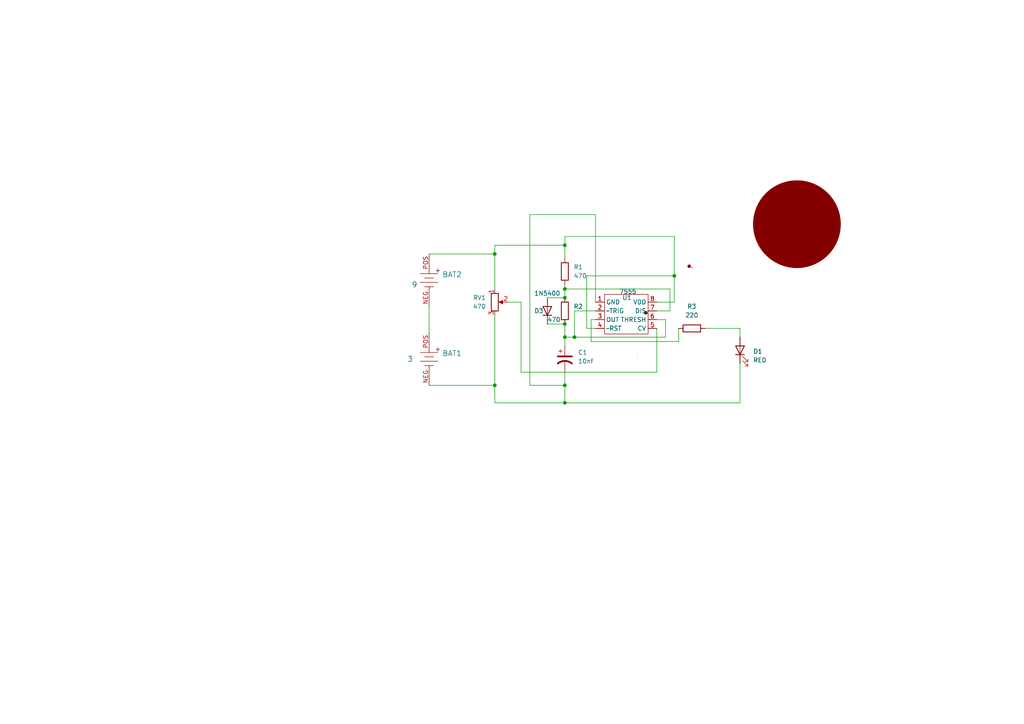
<source format=kicad_sch>
(kicad_sch (version 20211123) (generator eeschema)
  (paper "A4")
  (title_block (title "555_badge") (date "2022-07-02") (rev "v01") (comment 8 "license cc by 4.0") (comment 9 "author hrishikesh"))
  (lib_symbols
    (symbol "555timer_lib:7555"
      (property "Reference" "U" (at -5.588 7.112 0))
      (property "Value" "7555" (at 3.81 -6.858 0))
      (symbol "7555_0_0"
        (rectangle (start 4.1402 -0.5334) (end 4.1402 -0.5334))
        (rectangle (start 5.4102 0.7366) (end 5.4102 0.7366))
        (rectangle (start 5.4102 0.7366) (end 5.4102 0.7366))
        (rectangle (start 5.4102 0.7366) (end 5.4102 0.7366))
        (rectangle (start 5.4102 0.7366) (end 5.4102 0.7366))
        (rectangle (start 5.4102 0.7366) (end 5.4102 0.7366))
        (rectangle (start 5.4102 0.7366) (end 5.4102 0.7366))
        (rectangle (start 5.4102 0.7366) (end 5.4102 0.7366))
        (rectangle (start 5.4102 0.7366) (end 5.4102 0.7366))
        (rectangle (start 5.4102 0.7366) (end 5.4102 0.7366))
        (rectangle (start 5.4102 0.7366) (end 5.4102 0.7366))
        (rectangle (start 5.4102 0.7366) (end 5.4102 0.7366))
        (rectangle (start 5.4102 0.7366) (end 5.4102 0.7366))
        (rectangle (start 5.4102 0.7366) (end 5.4102 0.7366))
        (rectangle (start 5.4102 0.7366) (end 5.4102 0.7366))
        (rectangle (start 5.4102 0.7366) (end 5.4102 0.7366))
        (rectangle (start 5.4102 0.7366) (end 5.4102 0.7366))
        (rectangle (start 5.4102 0.7366) (end 5.4102 0.7366))
        (rectangle (start 5.4102 0.7366) (end 5.4102 0.7366))
        (rectangle (start 5.4102 0.7366) (end 5.4102 0.7366))
        (rectangle (start 5.4102 0.7366) (end 5.4102 0.7366))
        (rectangle (start 5.4102 0.7366) (end 5.4102 0.7366) (stroke (width 1)))
        (rectangle (start 5.4102 0.7366) (end 5.4102 0.7366) (stroke (width 1)))
        (rectangle (start 5.4102 0.7366) (end 5.4102 0.7366) (stroke (width 1)))
      )
      (symbol "7555_0_1"
        (rectangle (start -6.5278 6.0452) (end 6.1214 -5.4356))
        (polyline (pts (xy 49.276 26.416) (xy 49.276 26.416)))
        (polyline (pts (xy 49.276 26.416) (xy 49.276 26.416)))
        (polyline (pts (xy 49.276 26.416) (xy 49.276 26.416)))
        (rectangle (start 3.0734 -12.065) (end 3.0734 -12.065))
        (rectangle (start 5.4102 0.7366) (end 5.4102 0.7366))
        (rectangle (start 5.4102 0.7366) (end 5.4102 0.7366) (stroke (width 1)))
        (rectangle (start 18.034 14.224) (end 18.034 14.224) (stroke (width 1)))
        (rectangle (start 18.8214 13.843) (end 18.8214 13.843))
        (rectangle (start 18.8214 13.843) (end 18.8214 13.843))
        (rectangle (start 18.8214 13.843) (end 18.8214 13.843))
        (rectangle (start 18.8214 13.843) (end 18.8214 13.843))
        (rectangle (start 18.8214 13.843) (end 18.8214 13.843))
        (rectangle (start 18.8214 13.843) (end 18.8214 13.843))
        (rectangle (start 18.8214 13.843) (end 18.8214 13.843))
        (rectangle (start 18.8214 13.843) (end 18.8214 13.843))
        (rectangle (start 18.8214 13.843) (end 18.8214 13.843))
        (rectangle (start 18.8214 13.843) (end 18.8214 13.843))
        (rectangle (start 18.8214 13.843) (end 18.8214 13.843))
        (rectangle (start 18.8214 13.843) (end 18.8214 13.843))
        (rectangle (start 49.276 26.416) (end 49.276 26.416))
        (rectangle (start 49.276 26.416) (end 49.276 26.416))
        (rectangle (start 49.276 26.416) (end 49.276 26.416))
        (rectangle (start 49.276 26.416) (end 49.276 26.416))
        (rectangle (start 49.276 26.416) (end 49.276 26.416))
        (rectangle (start 49.276 26.416) (end 49.276 26.416))
        (rectangle (start 49.276 26.416) (end 49.276 26.416))
        (rectangle (start 49.276 26.416) (end 49.276 26.416))
        (rectangle (start 49.276 26.416) (end 49.276 26.416))
        (rectangle (start 49.276 26.416) (end 49.276 26.416))
        (rectangle (start 49.276 26.416) (end 49.276 26.416))
        (rectangle (start 49.276 26.416) (end 49.276 26.416))
        (rectangle (start 49.276 26.416) (end 49.276 26.416))
        (rectangle (start 49.276 26.416) (end 49.276 26.416))
        (rectangle (start 49.276 26.416) (end 49.276 26.416))
        (rectangle (start 49.276 26.416) (end 49.276 26.416))
        (rectangle (start 49.276 26.416) (end 49.276 26.416))
        (rectangle (start 49.276 26.416) (end 49.276 26.416))
        (rectangle (start 49.276 26.416) (end 49.276 26.416))
        (rectangle (start 49.276 26.416) (end 49.276 26.416))
        (rectangle (start 49.276 26.416) (end 49.276 26.416))
        (rectangle (start 49.276 26.416) (end 49.276 26.416))
        (rectangle (start 49.276 26.416) (end 49.276 26.416))
        (rectangle (start 49.276 26.416) (end 49.276 26.416))
        (rectangle (start 49.276 26.416) (end 49.276 26.416))
        (rectangle (start 49.276 26.416) (end 49.276 26.416))
        (rectangle (start 49.276 26.416) (end 49.276 26.416))
        (rectangle (start 49.276 26.416) (end 49.276 26.416))
        (rectangle (start 49.276 26.416) (end 49.276 26.416))
        (rectangle (start 49.276 26.416) (end 49.276 26.416))
        (rectangle (start 49.276 26.416) (end 49.276 26.416))
        (rectangle (start 49.276 26.416) (end 49.276 26.416))
        (rectangle (start 49.276 26.416) (end 49.276 26.416))
        (rectangle (start 49.276 26.416) (end 49.276 26.416))
        (rectangle (start 49.276 26.416) (end 49.276 26.416))
        (rectangle (start 49.276 26.416) (end 49.276 26.416))
        (rectangle (start 49.276 26.416) (end 49.276 26.416))
        (rectangle (start 49.276 26.416) (end 49.276 26.416))
        (rectangle (start 49.276 26.416) (end 49.276 26.416))
        (rectangle (start 49.276 26.416) (end 49.276 26.416))
        (rectangle (start 49.276 26.416) (end 49.276 26.416))
        (rectangle (start 49.276 26.416) (end 49.276 26.416))
        (rectangle (start 49.276 26.416) (end 49.276 26.416))
        (rectangle (start 49.276 26.416) (end 49.276 26.416))
        (rectangle (start 49.276 26.416) (end 49.276 26.416))
        (rectangle (start 49.276 26.416) (end 49.276 26.416) (stroke (width 1)))
        (rectangle (start 49.276 26.416) (end 49.276 26.416) (stroke (width 1)))
        (rectangle (start 49.276 26.416) (end 49.276 26.416) (stroke (width 10)))
        (rectangle (start 49.276 26.416) (end 49.276 26.416) (stroke (width 25.4)))
        (rectangle (start 49.276 26.416) (end 49.276 26.416) (stroke (width 25.4)))
      )
      (symbol "7555_1_1"
        (pin input line (at -9.144 3.81 0) (length 2.54) (name "GND") (number "1"))
        (pin input line (at -9.144 1.27 0) (length 2.54) (name "~TRIG") (number "2"))
        (pin input line (at -9.144 -1.27 0) (length 2.54) (name "OUT") (number "3"))
        (pin input line (at -9.144 -3.81 0) (length 2.54) (name "~RST") (number "4"))
        (pin input line (at 8.636 -3.81 180) (length 2.54) (name "CV") (number "5"))
        (pin input line (at 8.636 -1.27 180) (length 2.54) (name "THRESH") (number "6"))
        (pin input line (at 8.636 1.27 180) (length 2.54) (name "DIS") (number "7"))
        (pin input line (at 8.636 3.81 180) (length 2.54) (name "VDD") (number "8"))
      )
      (symbol "7555_1_2"
        (pin input line (at -26.924 -10.414 0) (length 2.54) (name "GND") (number "1"))
        (pin input line (at -26.924 -12.954 0) (length 2.54) (name "~TRIG") (number "2"))
        (pin input line (at -26.924 -15.494 0) (length 2.54) (name "OUT") (number "3"))
        (pin input line (at -26.924 -18.034 0) (length 2.54) (name "~RST") (number "4"))
        (pin input line (at -9.144 -18.034 180) (length 2.54) (name "CV") (number "5"))
        (pin input line (at -9.144 -15.494 180) (length 2.54) (name "THRESH") (number "6"))
        (pin input line (at -9.144 -12.954 180) (length 2.54) (name "DIS") (number "7"))
        (pin input line (at -9.144 -10.414 180) (length 2.54) (name "VDD") (number "8"))
      )
    )
    (symbol "Device:C_Polarized_US" (pin_numbers hide) (pin_names (offset 0.254) hide)
      (property "Reference" "C" (at 0.635 2.54 0))
      (property "Value" "C_Polarized_US" (at 0.635 -2.54 0))
      (symbol "C_Polarized_US_0_1"
        (polyline (pts (xy -2.032 0.762) (xy 2.032 0.762)) (stroke (width 0.508)))
        (polyline (pts (xy -1.778 2.286) (xy -0.762 2.286)))
        (polyline (pts (xy -1.27 1.778) (xy -1.27 2.794)))
        (arc (start 2.032 -1.27) (mid 0 -0.5572) (end -2.032 -1.27) (stroke (width 0.508)))
      )
      (symbol "C_Polarized_US_1_1"
        (pin passive line (at 0 3.81 270) (length 2.794) (name "~") (number "1"))
        (pin passive line (at 0 -3.81 90) (length 3.302) (name "~") (number "2"))
      )
    )
    (symbol "Device:LED" (pin_numbers hide) (pin_names (offset 1.016) hide)
      (property "Reference" "D" (at 0 2.54 0))
      (property "Value" "LED" (at 0 -2.54 0))
      (symbol "LED_0_1"
        (polyline (pts (xy -1.27 -1.27) (xy -1.27 1.27)) (stroke (width 0.254)))
        (polyline (pts (xy -1.27 0) (xy 1.27 0)))
        (polyline (pts (xy 1.27 -1.27) (xy 1.27 1.27) (xy -1.27 0) (xy 1.27 -1.27)) (stroke (width 0.254)))
        (polyline (pts (xy -3.048 -0.762) (xy -4.572 -2.286) (xy -3.81 -2.286) (xy -4.572 -2.286) (xy -4.572 -1.524)))
        (polyline (pts (xy -1.778 -0.762) (xy -3.302 -2.286) (xy -2.54 -2.286) (xy -3.302 -2.286) (xy -3.302 -1.524)))
      )
      (symbol "LED_1_1"
        (pin passive line (at -3.81 0 0) (length 2.54) (name "K") (number "1"))
        (pin passive line (at 3.81 0 180) (length 2.54) (name "A") (number "2"))
      )
    )
    (symbol "Device:R" (pin_numbers hide) (pin_names (offset 0))
      (property "Reference" "R" (at 2.032 0 90))
      (property "Value" "R" (at 0 0 90))
      (symbol "R_0_1"
        (rectangle (start -1.016 -2.54) (end 1.016 2.54) (stroke (width 0.254)))
      )
      (symbol "R_1_1"
        (pin passive line (at 0 3.81 270) (length 1.27) (name "~") (number "1"))
        (pin passive line (at 0 -3.81 90) (length 1.27) (name "~") (number "2"))
      )
    )
    (symbol "Device:R_Potentiometer" (pin_names (offset 1.016) hide)
      (property "Reference" "RV" (at -4.445 0 90))
      (property "Value" "R_Potentiometer" (at -2.54 0 90))
      (symbol "R_Potentiometer_0_1"
        (polyline (pts (xy 2.54 0) (xy 1.524 0)))
        (polyline (pts (xy 1.143 0) (xy 2.286 0.508) (xy 2.286 -0.508) (xy 1.143 0)) (fill (type outline)))
        (rectangle (start 1.016 2.54) (end -1.016 -2.54) (stroke (width 0.254)))
      )
      (symbol "R_Potentiometer_1_1"
        (pin passive line (at 0 3.81 270) (length 1.27) (name "1") (number "1"))
        (pin passive line (at 3.81 0 180) (length 1.27) (name "2") (number "2"))
        (pin passive line (at 0 -3.81 90) (length 1.27) (name "3") (number "3"))
      )
    )
    (symbol "Diode:1N5400" (pin_numbers hide) (pin_names (offset 1.016) hide)
      (property "Reference" "D" (at 0 2.54 0))
      (property "Value" "1N5400" (at 0 -2.54 0))
      (symbol "1N5400_0_1"
        (polyline (pts (xy -1.27 1.27) (xy -1.27 -1.27)) (stroke (width 0.254)))
        (polyline (pts (xy 1.27 0) (xy -1.27 0)))
        (polyline (pts (xy 1.27 1.27) (xy 1.27 -1.27) (xy -1.27 0) (xy 1.27 1.27)) (stroke (width 0.254)))
      )
      (symbol "1N5400_1_1"
        (pin passive line (at -3.81 0 0) (length 2.54) (name "K") (number "1"))
        (pin passive line (at 3.81 0 180) (length 2.54) (name "A") (number "2"))
      )
    )
    (symbol "dk_Battery-Holders-Clips-Contacts:BC9VPC" (pin_names (offset 1.016))
      (property "Reference" "BAT" (at 0 5.08 0))
      (property "Value" "BC9VPC" (at 0 -5.08 0))
      (symbol "BC9VPC_1_1"
        (polyline (pts (xy -2.794 3.048) (xy -2.794 2.032)))
        (polyline (pts (xy -2.286 2.54) (xy -3.302 2.54)))
        (polyline (pts (xy -1.905 0) (xy -2.54 0)))
        (polyline (pts (xy -1.905 2.54) (xy -1.905 -2.54)))
        (polyline (pts (xy -0.635 1.27) (xy -0.635 -1.27)))
        (polyline (pts (xy 0.635 2.54) (xy 0.635 -2.54)))
        (polyline (pts (xy 1.905 1.27) (xy 1.905 -1.27)))
        (polyline (pts (xy 2.54 0) (xy 1.905 0)))
        (pin power_in line (at 7.62 0 180) (length 5.08) (name "~") (number "NEG"))
        (pin power_in line (at -7.62 0 0) (length 5.08) (name "~") (number "POS"))
      )
    )
  )
  (junction (at 163.83 71.12))
  (junction (at 143.51 111.76))
  (junction (at 163.83 111.76))
  (junction (at 143.51 73.66))
  (junction (at 163.83 86.36))
  (junction (at 166.624 97.79))
  (junction (at 163.83 93.98))
  (junction (at 163.83 97.79))
  (junction (at 195.58 80.01))
  (junction (at 163.83 116.84))
  (junction (at 163.83 83.82))
  (wire (pts (xy 153.67 111.76) (xy 163.83 111.76)))
  (wire (pts (xy 195.58 68.58) (xy 195.58 80.01)))
  (wire (pts (xy 163.83 68.58) (xy 163.83 71.12)))
  (wire (pts (xy 163.83 111.76) (xy 163.83 116.84)))
  (wire (pts (xy 190.5 107.95) (xy 190.5 95.25)))
  (wire (pts (xy 166.624 97.79) (xy 193.04 97.79)))
  (wire (pts (xy 163.83 97.79) (xy 166.624 97.79)))
  (wire (pts (xy 163.83 83.82) (xy 194.31 83.82)))
  (wire (pts (xy 153.67 62.23) (xy 153.67 111.76)))
  (wire (pts (xy 143.51 116.84) (xy 163.83 116.84)))
  (wire (pts (xy 163.83 97.79) (xy 163.83 100.33)))
  (wire (pts (xy 143.51 73.66) (xy 143.51 83.82)))
  (wire (pts (xy 195.58 68.58) (xy 163.83 68.58)))
  (wire (pts (xy 163.83 93.98) (xy 163.83 97.79)))
  (wire (pts (xy 196.85 95.25) (xy 196.85 99.06)))
  (wire (pts (xy 163.83 83.82) (xy 163.83 86.36)))
  (wire (pts (xy 171.45 99.06) (xy 196.85 99.06)))
  (wire (pts (xy 214.63 95.25) (xy 214.63 97.79)))
  (wire (pts (xy 171.45 92.71) (xy 172.72 92.71)))
  (wire (pts (xy 151.13 107.95) (xy 190.5 107.95)))
  (wire (pts (xy 124.46 111.76) (xy 143.51 111.76)))
  (wire (pts (xy 143.51 91.44) (xy 143.51 111.76)))
  (wire (pts (xy 166.624 90.17) (xy 166.624 97.79)))
  (wire (pts (xy 170.18 95.25) (xy 172.72 95.25)))
  (wire (pts (xy 172.72 62.23) (xy 172.72 87.63)))
  (wire (pts (xy 171.45 92.71) (xy 171.45 99.06)))
  (wire (pts (xy 151.13 87.63) (xy 151.13 107.95)))
  (wire (pts (xy 143.51 111.76) (xy 143.51 116.84)))
  (wire (pts (xy 163.83 71.12) (xy 143.51 71.12)))
  (wire (pts (xy 147.32 87.63) (xy 151.13 87.63)))
  (wire (pts (xy 158.75 93.98) (xy 163.83 93.98)))
  (wire (pts (xy 195.58 80.01) (xy 195.58 87.63)))
  (wire (pts (xy 158.75 86.36) (xy 163.83 86.36)))
  (wire (pts (xy 193.04 97.79) (xy 193.04 92.71)))
  (wire (pts (xy 214.63 105.41) (xy 214.63 116.84)))
  (wire (pts (xy 170.18 80.01) (xy 195.58 80.01)))
  (wire (pts (xy 124.46 88.9) (xy 124.46 96.52)))
  (wire (pts (xy 190.5 92.71) (xy 193.04 92.71)))
  (wire (pts (xy 124.46 73.66) (xy 143.51 73.66)))
  (wire (pts (xy 163.83 82.55) (xy 163.83 83.82)))
  (wire (pts (xy 166.624 90.17) (xy 172.72 90.17)))
  (wire (pts (xy 194.31 83.82) (xy 194.31 90.17)))
  (wire (pts (xy 204.47 95.25) (xy 214.63 95.25)))
  (wire (pts (xy 153.67 62.23) (xy 172.72 62.23)))
  (wire (pts (xy 195.58 87.63) (xy 190.5 87.63)))
  (wire (pts (xy 163.83 116.84) (xy 214.63 116.84)))
  (wire (pts (xy 170.18 80.01) (xy 170.18 95.25)))
  (wire (pts (xy 163.83 107.95) (xy 163.83 111.76)))
  (wire (pts (xy 163.83 71.12) (xy 163.83 74.93)))
  (wire (pts (xy 190.5 90.17) (xy 194.31 90.17)))
  (wire (pts (xy 143.51 71.12) (xy 143.51 73.66)))
  (symbol (lib_id "Device:R") (at 200.66 95.25 90) (unit 1)
    (property "Reference" "R3" (at 200.66 88.9 90))
    (property "Value" "220" (at 200.66 91.44 90))
    (property "Footprint" "Resistor_THT:R_Axial_DIN0204_L3.6mm_D1.6mm_P1.90mm_Vertical" (effects hide))
  )
  (symbol (lib_id "Device:R_Potentiometer") (at 143.51 87.63 0) (unit 1)
    (property "Reference" "RV1" (at 140.97 86.3599 0) (effects (justify right)))
    (property "Value" "470" (at 140.97 88.9 0) (effects (justify right)))
    (property "Footprint" "Potentiometer_THT:Potentiometer_ACP_CA9-V10_Vertical" (effects hide))
  )
  (symbol (lib_id "Device:LED") (at 214.63 101.6 90) (unit 1)
    (property "Reference" "D1" (at 218.44 101.9174 90) (effects (justify right)))
    (property "Value" "RED" (at 218.44 104.4574 90) (effects (justify right)))
    (property "Footprint" "digikey-footprints:LED_3mm_Radial" (effects hide))
  )
  (symbol (lib_id "Device:R") (at 163.83 78.74 180) (unit 1)
    (property "Reference" "R1" (at 166.37 77.4699 0) (effects (justify right)))
    (property "Value" "470" (at 166.37 80.0099 0) (effects (justify right)))
    (property "Footprint" "Resistor_THT:R_Axial_DIN0204_L3.6mm_D1.6mm_P1.90mm_Vertical" (effects hide))
  )
  (symbol (lib_id "Device:R") (at 163.83 90.17 180) (unit 1)
    (property "Reference" "R2" (at 166.37 88.8999 0) (effects (justify right)))
    (property "Value" "470" (at 158.75 92.71 0) (effects (justify right)))
    (property "Footprint" "Resistor_THT:R_Axial_DIN0204_L3.6mm_D1.6mm_P1.90mm_Vertical" (effects hide))
  )
  (symbol (lib_id "Diode:1N5400") (at 158.75 90.17 90) (unit 1)
    (property "Reference" "D3" (at 154.94 90.17 90) (effects (justify right)))
    (property "Value" "1N5400" (at 154.94 85.09 90) (effects (justify right)))
    (property "Footprint" "Diode_THT:D_DO-201AD_P12.70mm_Horizontal" (effects hide))
    (property "Datasheet" "http://www.vishay.com/docs/88516/1n5400.pdf" (effects hide))
  )
  (symbol (lib_id "dk_Battery-Holders-Clips-Contacts:BC9VPC") (at 124.46 81.28 270) (unit 1)
    (property "Reference" "BAT2" (at 128.27 79.629 90) (effects (font (size 1.524 1.524)) (justify left)))
    (property "Value" "9" (at 119.38 82.55 90) (effects (font (size 1.524 1.524)) (justify left)))
    (property "Footprint" "digikey-footprints:Battery_Holder_9V_BC9VPC-ND" (effects hide))
    (property "Datasheet" "http://www.memoryprotectiondevices.com/datasheets/BC9VPC-datasheet.pdf" (effects hide))
    (property "Digi-Key_PN" "BC9VPC-ND" (effects hide))
    (property "MPN" "BC9VPC" (effects hide))
    (property "Category" "Battery Products" (effects hide))
    (property "Family" "Battery Holders, Clips, Contacts" (effects hide))
    (property "DK_Datasheet_Link" "http://www.memoryprotectiondevices.com/datasheets/BC9VPC-datasheet.pdf" (effects hide))
    (property "DK_Detail_Page" "/product-detail/en/mpd-memory-protection-devices/BC9VPC/BC9VPC-ND/257747" (effects hide))
    (property "Description" "BATTERY HOLDER 9V PC PIN" (effects hide))
    (property "Manufacturer" "MPD (Memory Protection Devices)" (effects hide))
    (property "Status" "Active" (effects hide))
  )
  (symbol (lib_id "Device:C_Polarized_US") (at 163.83 104.14 0) (unit 1)
    (property "Reference" "C1" (at 167.64 102.2349 0) (effects (justify left)))
    (property "Value" "10nf" (at 167.64 104.7749 0) (effects (justify left)))
    (property "Footprint" "Capacitor_THT:CP_Radial_D5.0mm_P2.00mm" (effects hide))
  )
  (symbol (lib_id "dk_Battery-Holders-Clips-Contacts:BC9VPC") (at 124.46 104.14 270) (unit 1)
    (property "Reference" "BAT1" (at 128.27 102.489 90) (effects (font (size 1.524 1.524)) (justify left)))
    (property "Value" "3" (at 118.11 104.14 90) (effects (font (size 1.524 1.524)) (justify left)))
    (property "Footprint" "digikey-footprints:Battery_Holder_Coin_2032_BS-7" (effects hide))
    (property "Datasheet" "http://www.memoryprotectiondevices.com/datasheets/BC9VPC-datasheet.pdf" (effects hide))
    (property "Digi-Key_PN" "BC9VPC-ND" (effects hide))
    (property "MPN" "BC9VPC" (effects hide))
    (property "Category" "Battery Products" (effects hide))
    (property "Family" "Battery Holders, Clips, Contacts" (effects hide))
    (property "DK_Datasheet_Link" "http://www.memoryprotectiondevices.com/datasheets/BC9VPC-datasheet.pdf" (effects hide))
    (property "DK_Detail_Page" "/product-detail/en/mpd-memory-protection-devices/BC9VPC/BC9VPC-ND/257747" (effects hide))
    (property "Description" "BATTERY HOLDER 9V PC PIN" (effects hide))
    (property "Manufacturer" "MPD (Memory Protection Devices)" (effects hide))
    (property "Status" "Active" (effects hide))
  )
  (symbol (lib_id "555timer_lib:7555") (at 181.864 91.44 0) (unit 1)
    (property "Reference" "U1" (at 181.864 86.36 0))
    (property "Value" "7555" (at 182.118 84.582 0))
    (property "Footprint" "Library:ICM7555-PDIP" (effects hide))
  )
)
</source>
